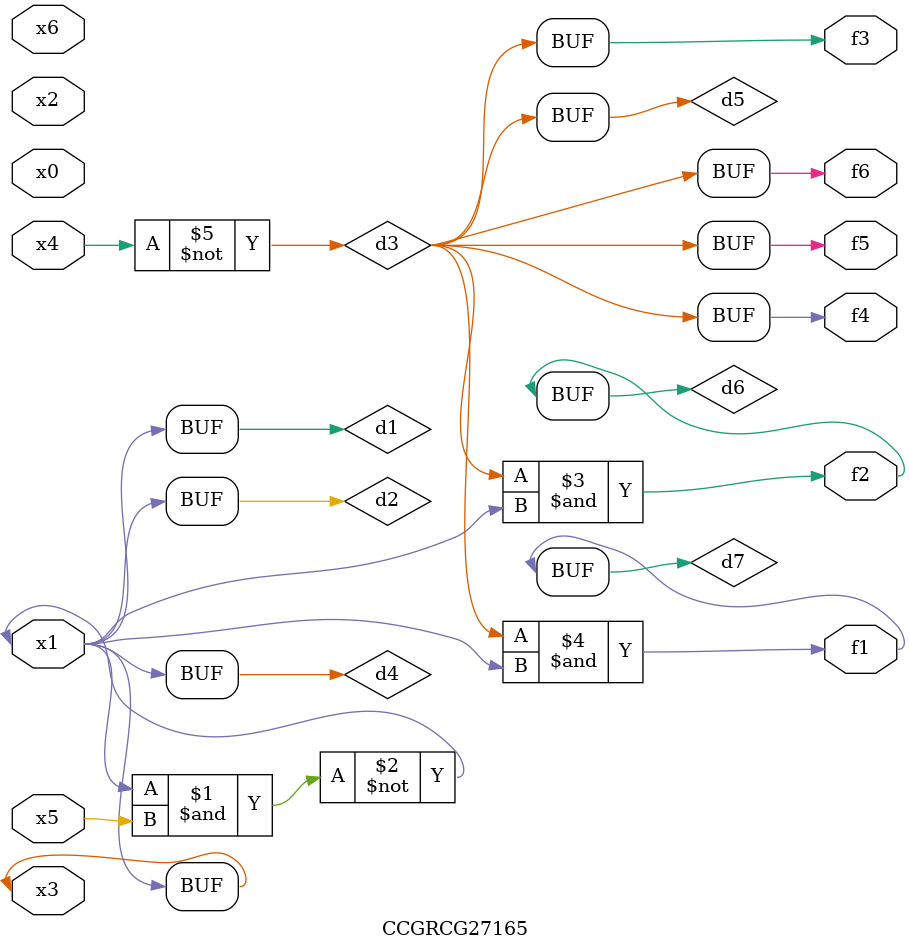
<source format=v>
module CCGRCG27165(
	input x0, x1, x2, x3, x4, x5, x6,
	output f1, f2, f3, f4, f5, f6
);

	wire d1, d2, d3, d4, d5, d6, d7;

	buf (d1, x1, x3);
	nand (d2, x1, x5);
	not (d3, x4);
	buf (d4, d1, d2);
	buf (d5, d3);
	and (d6, d3, d4);
	and (d7, d3, d4);
	assign f1 = d7;
	assign f2 = d6;
	assign f3 = d5;
	assign f4 = d5;
	assign f5 = d5;
	assign f6 = d5;
endmodule

</source>
